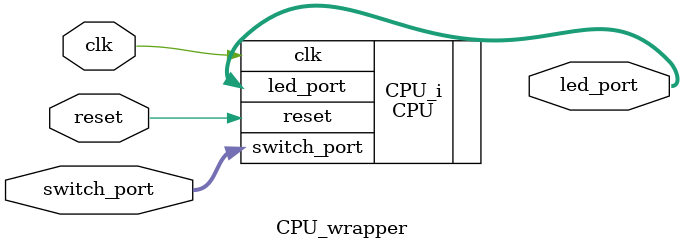
<source format=v>
`timescale 1 ps / 1 ps

module CPU_wrapper
   (clk,
    led_port,
    reset,
    switch_port);
  input clk;
  output [23:0]led_port;
  input reset;
  input [23:0]switch_port;

  wire clk;
  wire [23:0]led_port;
  wire reset;
  wire [23:0]switch_port;

  CPU CPU_i
       (.clk(clk),
        .led_port(led_port),
        .reset(reset),
        .switch_port(switch_port));
endmodule

</source>
